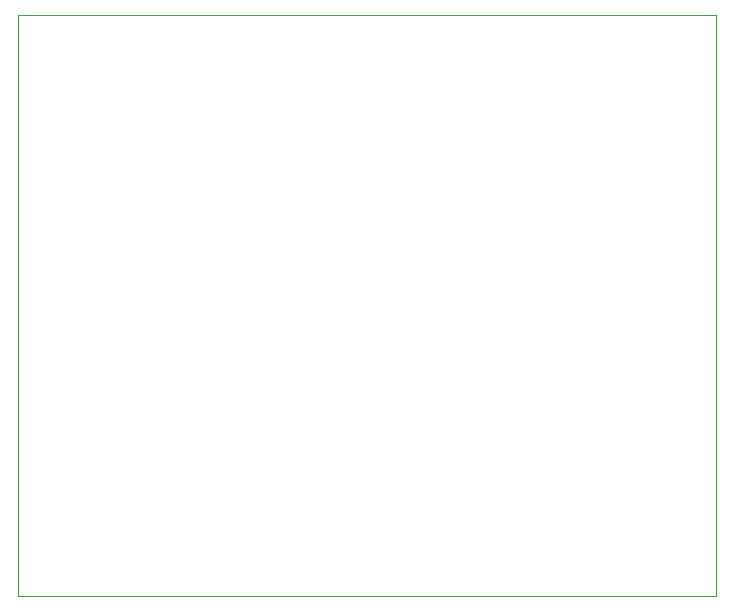
<source format=gbr>
G04 #@! TF.GenerationSoftware,KiCad,Pcbnew,(5.1.6-0-10_14)*
G04 #@! TF.CreationDate,2020-08-15T08:11:16-07:00*
G04 #@! TF.ProjectId,fpga-ice40,66706761-2d69-4636-9534-302e6b696361,r0.1*
G04 #@! TF.SameCoordinates,Original*
G04 #@! TF.FileFunction,Profile,NP*
%FSLAX46Y46*%
G04 Gerber Fmt 4.6, Leading zero omitted, Abs format (unit mm)*
G04 Created by KiCad (PCBNEW (5.1.6-0-10_14)) date 2020-08-15 08:11:16*
%MOMM*%
%LPD*%
G01*
G04 APERTURE LIST*
G04 #@! TA.AperFunction,Profile*
%ADD10C,0.050000*%
G04 #@! TD*
G04 APERTURE END LIST*
D10*
X135850000Y-118150000D02*
X135850000Y-68950000D01*
X135850000Y-68950000D02*
X195000000Y-68950000D01*
X135850000Y-118150000D02*
X195000000Y-118130000D01*
X195000000Y-118130000D02*
X195000000Y-68950000D01*
M02*

</source>
